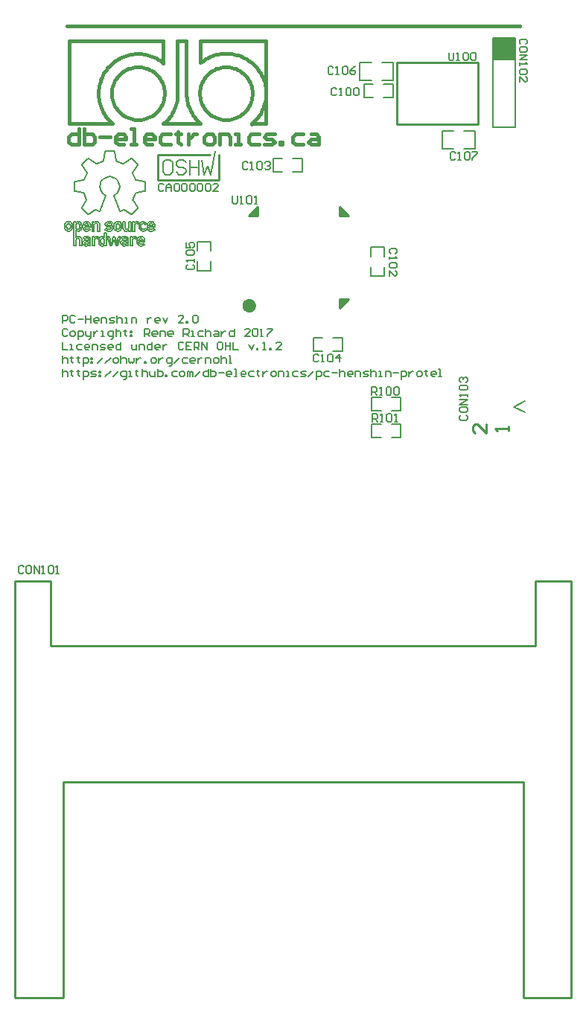
<source format=gto>
%FSLAX23Y23*%
%MOIN*%
G70*
G01*
G75*
%ADD10C,0.008*%
%ADD11R,0.075X0.020*%
%ADD12R,0.028X0.125*%
%ADD13R,0.028X0.165*%
%ADD14R,0.085X0.138*%
%ADD15R,0.085X0.043*%
%ADD16R,0.020X0.075*%
%ADD17R,0.051X0.059*%
%ADD18R,0.043X0.039*%
%ADD19R,0.039X0.043*%
%ADD20C,0.010*%
%ADD21C,0.012*%
%ADD22C,0.070*%
%ADD23C,0.060*%
%ADD24C,0.130*%
%ADD25C,0.062*%
%ADD26C,0.024*%
%ADD27C,0.016*%
%ADD28C,0.031*%
%ADD29C,0.007*%
%ADD30C,0.010*%
%ADD31C,0.010*%
%ADD32C,0.010*%
%ADD33C,0.015*%
%ADD34R,0.100X0.100*%
D10*
X1956Y-1903D02*
Y-1503D01*
Y-1903D02*
X2056D01*
X1956Y-1503D02*
X2056D01*
Y-1903D02*
Y-1503D01*
X1510Y-1694D02*
Y-1612D01*
X1362Y-1694D02*
Y-1612D01*
X1460D02*
X1510D01*
X1460Y-1694D02*
X1510D01*
X1362D02*
X1413D01*
X1362Y-1612D02*
X1413D01*
X1877Y-2001D02*
Y-1919D01*
X1729Y-2001D02*
Y-1919D01*
X1827D02*
X1877D01*
X1827Y-2001D02*
X1877D01*
X1729D02*
X1780D01*
X1729Y-1919D02*
X1780D01*
X1379Y-1710D02*
X1421D01*
X1379Y-1770D02*
X1421D01*
X1468D02*
X1509D01*
X1468Y-1710D02*
X1509D01*
Y-1770D02*
Y-1710D01*
X1379Y-1770D02*
Y-1710D01*
X1472Y-2482D02*
Y-2440D01*
X1412Y-2482D02*
Y-2440D01*
Y-2570D02*
Y-2529D01*
X1472Y-2570D02*
Y-2529D01*
X1412Y-2570D02*
X1472D01*
X1412Y-2440D02*
X1472D01*
X1061Y-2104D02*
X1103D01*
X1061Y-2044D02*
X1103D01*
X973D02*
X1014D01*
X973Y-2104D02*
X1014D01*
X973D02*
Y-2044D01*
X1103Y-2104D02*
Y-2044D01*
X1153Y-2847D02*
X1195D01*
X1153Y-2907D02*
X1195D01*
X1242D02*
X1283D01*
X1242Y-2847D02*
X1283D01*
Y-2907D02*
Y-2847D01*
X1153Y-2907D02*
Y-2847D01*
X633Y-2546D02*
Y-2504D01*
X693Y-2546D02*
Y-2504D01*
Y-2457D02*
Y-2416D01*
X633Y-2457D02*
Y-2416D01*
X693D01*
X633Y-2546D02*
X693D01*
X1415Y-3174D02*
Y-3114D01*
X1545Y-3174D02*
Y-3114D01*
X1504D02*
X1545D01*
X1504Y-3174D02*
X1545D01*
X1415D02*
X1457D01*
X1415Y-3114D02*
X1457D01*
X1545Y-3292D02*
Y-3232D01*
X1415Y-3292D02*
Y-3232D01*
Y-3292D02*
X1456D01*
X1415Y-3232D02*
X1456D01*
X1503D02*
X1545D01*
X1503Y-3292D02*
X1545D01*
X2051Y-3156D02*
X2101Y-3181D01*
X2051Y-3156D02*
X2101Y-3131D01*
X600Y-2115D02*
Y-2050D01*
Y-2083D02*
X635D01*
X640Y-2115D02*
Y-2050D01*
X655D02*
X665Y-2115D01*
X680Y-2075D01*
X695Y-2115D01*
X715Y-2010D01*
X-144Y-3873D02*
X-150Y-3867D01*
X-161D01*
X-167Y-3873D01*
Y-3896D01*
X-161Y-3902D01*
X-150D01*
X-144Y-3896D01*
X-115Y-3867D02*
X-126D01*
X-132Y-3873D01*
Y-3896D01*
X-126Y-3902D01*
X-115D01*
X-109Y-3896D01*
Y-3873D01*
X-115Y-3867D01*
X-97Y-3902D02*
Y-3867D01*
X-74Y-3902D01*
Y-3867D01*
X-62Y-3902D02*
X-50D01*
X-56D01*
Y-3867D01*
X-62Y-3873D01*
X-33D02*
X-27Y-3867D01*
X-15D01*
X-10Y-3873D01*
Y-3896D01*
X-15Y-3902D01*
X-27D01*
X-33Y-3896D01*
Y-3873D01*
X2Y-3902D02*
X14D01*
X8D01*
Y-3867D01*
X2Y-3873D01*
X2105Y-1531D02*
X2111Y-1525D01*
Y-1514D01*
X2105Y-1508D01*
X2082D01*
X2076Y-1514D01*
Y-1525D01*
X2082Y-1531D01*
X2111Y-1560D02*
Y-1549D01*
X2105Y-1543D01*
X2082D01*
X2076Y-1549D01*
Y-1560D01*
X2082Y-1566D01*
X2105D01*
X2111Y-1560D01*
X2076Y-1578D02*
X2111D01*
X2076Y-1601D01*
X2111D01*
X2076Y-1613D02*
Y-1625D01*
Y-1619D01*
X2111D01*
X2105Y-1613D01*
Y-1642D02*
X2111Y-1648D01*
Y-1660D01*
X2105Y-1665D01*
X2082D01*
X2076Y-1660D01*
Y-1648D01*
X2082Y-1642D01*
X2105D01*
X2076Y-1700D02*
Y-1677D01*
X2099Y-1700D01*
X2105D01*
X2111Y-1695D01*
Y-1683D01*
X2105Y-1677D01*
X791Y-2210D02*
Y-2239D01*
X797Y-2245D01*
X808D01*
X814Y-2239D01*
Y-2210D01*
X826Y-2245D02*
X838D01*
X832D01*
Y-2210D01*
X826Y-2216D01*
X855D02*
X861Y-2210D01*
X873D01*
X878Y-2216D01*
Y-2239D01*
X873Y-2245D01*
X861D01*
X855Y-2239D01*
Y-2216D01*
X890Y-2245D02*
X902D01*
X896D01*
Y-2210D01*
X890Y-2216D01*
X1759Y-1568D02*
Y-1597D01*
X1765Y-1603D01*
X1776D01*
X1782Y-1597D01*
Y-1568D01*
X1794Y-1603D02*
X1806D01*
X1800D01*
Y-1568D01*
X1794Y-1574D01*
X1823D02*
X1829Y-1568D01*
X1841D01*
X1846Y-1574D01*
Y-1597D01*
X1841Y-1603D01*
X1829D01*
X1823Y-1597D01*
Y-1574D01*
X1858D02*
X1864Y-1568D01*
X1876D01*
X1881Y-1574D01*
Y-1597D01*
X1876Y-1603D01*
X1864D01*
X1858Y-1597D01*
Y-1574D01*
X1814Y-3192D02*
X1808Y-3198D01*
Y-3209D01*
X1814Y-3215D01*
X1837D01*
X1843Y-3209D01*
Y-3198D01*
X1837Y-3192D01*
X1808Y-3163D02*
Y-3174D01*
X1814Y-3180D01*
X1837D01*
X1843Y-3174D01*
Y-3163D01*
X1837Y-3157D01*
X1814D01*
X1808Y-3163D01*
X1843Y-3145D02*
X1808D01*
X1843Y-3122D01*
X1808D01*
X1843Y-3110D02*
Y-3099D01*
Y-3104D01*
X1808D01*
X1814Y-3110D01*
Y-3081D02*
X1808Y-3075D01*
Y-3064D01*
X1814Y-3058D01*
X1837D01*
X1843Y-3064D01*
Y-3075D01*
X1837Y-3081D01*
X1814D01*
Y-3046D02*
X1808Y-3040D01*
Y-3029D01*
X1814Y-3023D01*
X1820D01*
X1825Y-3029D01*
Y-3034D01*
Y-3029D01*
X1831Y-3023D01*
X1837D01*
X1843Y-3029D01*
Y-3040D01*
X1837Y-3046D01*
X1789Y-2019D02*
X1783Y-2013D01*
X1772D01*
X1766Y-2019D01*
Y-2042D01*
X1772Y-2048D01*
X1783D01*
X1789Y-2042D01*
X1801Y-2048D02*
X1813D01*
X1807D01*
Y-2013D01*
X1801Y-2019D01*
X1830D02*
X1836Y-2013D01*
X1848D01*
X1853Y-2019D01*
Y-2042D01*
X1848Y-2048D01*
X1836D01*
X1830Y-2042D01*
Y-2019D01*
X1865Y-2013D02*
X1888D01*
Y-2019D01*
X1865Y-2042D01*
Y-2048D01*
X1242Y-1637D02*
X1236Y-1631D01*
X1225D01*
X1219Y-1637D01*
Y-1660D01*
X1225Y-1666D01*
X1236D01*
X1242Y-1660D01*
X1254Y-1666D02*
X1266D01*
X1260D01*
Y-1631D01*
X1254Y-1637D01*
X1283D02*
X1289Y-1631D01*
X1301D01*
X1306Y-1637D01*
Y-1660D01*
X1301Y-1666D01*
X1289D01*
X1283Y-1660D01*
Y-1637D01*
X1341Y-1631D02*
X1330Y-1637D01*
X1318Y-1649D01*
Y-1660D01*
X1324Y-1666D01*
X1336D01*
X1341Y-1660D01*
Y-1654D01*
X1336Y-1649D01*
X1318D01*
X591Y-2518D02*
X585Y-2524D01*
Y-2535D01*
X591Y-2541D01*
X614D01*
X620Y-2535D01*
Y-2524D01*
X614Y-2518D01*
X620Y-2506D02*
Y-2494D01*
Y-2500D01*
X585D01*
X591Y-2506D01*
Y-2477D02*
X585Y-2471D01*
Y-2459D01*
X591Y-2454D01*
X614D01*
X620Y-2459D01*
Y-2471D01*
X614Y-2477D01*
X591D01*
X585Y-2419D02*
Y-2442D01*
X603D01*
X597Y-2430D01*
Y-2424D01*
X603Y-2419D01*
X614D01*
X620Y-2424D01*
Y-2436D01*
X614Y-2442D01*
X1177Y-2925D02*
X1171Y-2919D01*
X1160D01*
X1154Y-2925D01*
Y-2948D01*
X1160Y-2954D01*
X1171D01*
X1177Y-2948D01*
X1189Y-2954D02*
X1201D01*
X1195D01*
Y-2919D01*
X1189Y-2925D01*
X1218D02*
X1224Y-2919D01*
X1236D01*
X1241Y-2925D01*
Y-2948D01*
X1236Y-2954D01*
X1224D01*
X1218Y-2948D01*
Y-2925D01*
X1271Y-2954D02*
Y-2919D01*
X1253Y-2937D01*
X1276D01*
X860Y-2063D02*
X854Y-2057D01*
X843D01*
X837Y-2063D01*
Y-2086D01*
X843Y-2092D01*
X854D01*
X860Y-2086D01*
X872Y-2092D02*
X884D01*
X878D01*
Y-2057D01*
X872Y-2063D01*
X901D02*
X907Y-2057D01*
X919D01*
X924Y-2063D01*
Y-2086D01*
X919Y-2092D01*
X907D01*
X901Y-2086D01*
Y-2063D01*
X936D02*
X942Y-2057D01*
X954D01*
X959Y-2063D01*
Y-2069D01*
X954Y-2075D01*
X948D01*
X954D01*
X959Y-2080D01*
Y-2086D01*
X954Y-2092D01*
X942D01*
X936Y-2086D01*
X1522Y-2470D02*
X1528Y-2464D01*
Y-2453D01*
X1522Y-2447D01*
X1499D01*
X1493Y-2453D01*
Y-2464D01*
X1499Y-2470D01*
X1493Y-2482D02*
Y-2494D01*
Y-2488D01*
X1528D01*
X1522Y-2482D01*
Y-2511D02*
X1528Y-2517D01*
Y-2529D01*
X1522Y-2534D01*
X1499D01*
X1493Y-2529D01*
Y-2517D01*
X1499Y-2511D01*
X1522D01*
X1493Y-2569D02*
Y-2546D01*
X1516Y-2569D01*
X1522D01*
X1528Y-2564D01*
Y-2552D01*
X1522Y-2546D01*
X1258Y-1732D02*
X1252Y-1726D01*
X1241D01*
X1235Y-1732D01*
Y-1755D01*
X1241Y-1761D01*
X1252D01*
X1258Y-1755D01*
X1270Y-1761D02*
X1282D01*
X1276D01*
Y-1726D01*
X1270Y-1732D01*
X1299D02*
X1305Y-1726D01*
X1317D01*
X1322Y-1732D01*
Y-1755D01*
X1317Y-1761D01*
X1305D01*
X1299Y-1755D01*
Y-1732D01*
X1334D02*
X1340Y-1726D01*
X1352D01*
X1357Y-1732D01*
Y-1755D01*
X1352Y-1761D01*
X1340D01*
X1334Y-1755D01*
Y-1732D01*
X1415Y-3102D02*
Y-3067D01*
X1432D01*
X1438Y-3073D01*
Y-3085D01*
X1432Y-3090D01*
X1415D01*
X1427D02*
X1438Y-3102D01*
X1450D02*
X1462D01*
X1456D01*
Y-3067D01*
X1450Y-3073D01*
X1479D02*
X1485Y-3067D01*
X1497D01*
X1502Y-3073D01*
Y-3096D01*
X1497Y-3102D01*
X1485D01*
X1479Y-3096D01*
Y-3073D01*
X1514D02*
X1520Y-3067D01*
X1532D01*
X1537Y-3073D01*
Y-3096D01*
X1532Y-3102D01*
X1520D01*
X1514Y-3096D01*
Y-3073D01*
X1418Y-3222D02*
Y-3187D01*
X1435D01*
X1441Y-3193D01*
Y-3205D01*
X1435Y-3210D01*
X1418D01*
X1430D02*
X1441Y-3222D01*
X1453D02*
X1465D01*
X1459D01*
Y-3187D01*
X1453Y-3193D01*
X1482D02*
X1488Y-3187D01*
X1500D01*
X1505Y-3193D01*
Y-3216D01*
X1500Y-3222D01*
X1488D01*
X1482Y-3216D01*
Y-3193D01*
X1517Y-3222D02*
X1529D01*
X1523D01*
Y-3187D01*
X1517Y-3193D01*
X30Y-2985D02*
Y-3020D01*
Y-3003D01*
X36Y-2997D01*
X47D01*
X53Y-3003D01*
Y-3020D01*
X71Y-2991D02*
Y-2997D01*
X65D01*
X77D01*
X71D01*
Y-3014D01*
X77Y-3020D01*
X100Y-2991D02*
Y-2997D01*
X94D01*
X106D01*
X100D01*
Y-3014D01*
X106Y-3020D01*
X123Y-3032D02*
Y-2997D01*
X141D01*
X147Y-3003D01*
Y-3014D01*
X141Y-3020D01*
X123D01*
X158D02*
X176D01*
X182Y-3014D01*
X176Y-3008D01*
X164D01*
X158Y-3003D01*
X164Y-2997D01*
X182D01*
X193D02*
X199D01*
Y-3003D01*
X193D01*
Y-2997D01*
Y-3014D02*
X199D01*
Y-3020D01*
X193D01*
Y-3014D01*
X222Y-3020D02*
X246Y-2997D01*
X257Y-3020D02*
X281Y-2997D01*
X304Y-3032D02*
X310D01*
X316Y-3026D01*
Y-2997D01*
X298D01*
X292Y-3003D01*
Y-3014D01*
X298Y-3020D01*
X316D01*
X327D02*
X339D01*
X333D01*
Y-2997D01*
X327D01*
X362Y-2991D02*
Y-2997D01*
X357D01*
X368D01*
X362D01*
Y-3014D01*
X368Y-3020D01*
X386Y-2985D02*
Y-3020D01*
Y-3003D01*
X392Y-2997D01*
X403D01*
X409Y-3003D01*
Y-3020D01*
X421Y-2997D02*
Y-3014D01*
X427Y-3020D01*
X444D01*
Y-2997D01*
X456Y-2985D02*
Y-3020D01*
X473D01*
X479Y-3014D01*
Y-3008D01*
Y-3003D01*
X473Y-2997D01*
X456D01*
X491Y-3020D02*
Y-3014D01*
X497D01*
Y-3020D01*
X491D01*
X543Y-2997D02*
X526D01*
X520Y-3003D01*
Y-3014D01*
X526Y-3020D01*
X543D01*
X561D02*
X572D01*
X578Y-3014D01*
Y-3003D01*
X572Y-2997D01*
X561D01*
X555Y-3003D01*
Y-3014D01*
X561Y-3020D01*
X590D02*
Y-2997D01*
X596D01*
X601Y-3003D01*
Y-3020D01*
Y-3003D01*
X607Y-2997D01*
X613Y-3003D01*
Y-3020D01*
X625D02*
X648Y-2997D01*
X683Y-2985D02*
Y-3020D01*
X666D01*
X660Y-3014D01*
Y-3003D01*
X666Y-2997D01*
X683D01*
X695Y-2985D02*
Y-3020D01*
X712D01*
X718Y-3014D01*
Y-3008D01*
Y-3003D01*
X712Y-2997D01*
X695D01*
X730Y-3003D02*
X753D01*
X782Y-3020D02*
X771D01*
X765Y-3014D01*
Y-3003D01*
X771Y-2997D01*
X782D01*
X788Y-3003D01*
Y-3008D01*
X765D01*
X800Y-3020D02*
X811D01*
X806D01*
Y-2985D01*
X800D01*
X846Y-3020D02*
X835D01*
X829Y-3014D01*
Y-3003D01*
X835Y-2997D01*
X846D01*
X852Y-3003D01*
Y-3008D01*
X829D01*
X887Y-2997D02*
X870D01*
X864Y-3003D01*
Y-3014D01*
X870Y-3020D01*
X887D01*
X905Y-2991D02*
Y-2997D01*
X899D01*
X911D01*
X905D01*
Y-3014D01*
X911Y-3020D01*
X928Y-2997D02*
Y-3020D01*
Y-3008D01*
X934Y-3003D01*
X940Y-2997D01*
X946D01*
X969Y-3020D02*
X981D01*
X986Y-3014D01*
Y-3003D01*
X981Y-2997D01*
X969D01*
X963Y-3003D01*
Y-3014D01*
X969Y-3020D01*
X998D02*
Y-2997D01*
X1016D01*
X1021Y-3003D01*
Y-3020D01*
X1033D02*
X1045D01*
X1039D01*
Y-2997D01*
X1033D01*
X1085D02*
X1068D01*
X1062Y-3003D01*
Y-3014D01*
X1068Y-3020D01*
X1085D01*
X1097D02*
X1115D01*
X1120Y-3014D01*
X1115Y-3008D01*
X1103D01*
X1097Y-3003D01*
X1103Y-2997D01*
X1120D01*
X1132Y-3020D02*
X1155Y-2997D01*
X1167Y-3032D02*
Y-2997D01*
X1185D01*
X1190Y-3003D01*
Y-3014D01*
X1185Y-3020D01*
X1167D01*
X1225Y-2997D02*
X1208D01*
X1202Y-3003D01*
Y-3014D01*
X1208Y-3020D01*
X1225D01*
X1237Y-3003D02*
X1260D01*
X1272Y-2985D02*
Y-3020D01*
Y-3003D01*
X1278Y-2997D01*
X1290D01*
X1295Y-3003D01*
Y-3020D01*
X1325D02*
X1313D01*
X1307Y-3014D01*
Y-3003D01*
X1313Y-2997D01*
X1325D01*
X1330Y-3003D01*
Y-3008D01*
X1307D01*
X1342Y-3020D02*
Y-2997D01*
X1360D01*
X1365Y-3003D01*
Y-3020D01*
X1377D02*
X1395D01*
X1400Y-3014D01*
X1395Y-3008D01*
X1383D01*
X1377Y-3003D01*
X1383Y-2997D01*
X1400D01*
X1412Y-2985D02*
Y-3020D01*
Y-3003D01*
X1418Y-2997D01*
X1430D01*
X1435Y-3003D01*
Y-3020D01*
X1447D02*
X1459D01*
X1453D01*
Y-2997D01*
X1447D01*
X1476Y-3020D02*
Y-2997D01*
X1494D01*
X1500Y-3003D01*
Y-3020D01*
X1511Y-3003D02*
X1535D01*
X1546Y-3032D02*
Y-2997D01*
X1564D01*
X1570Y-3003D01*
Y-3014D01*
X1564Y-3020D01*
X1546D01*
X1581Y-2997D02*
Y-3020D01*
Y-3008D01*
X1587Y-3003D01*
X1593Y-2997D01*
X1599D01*
X1622Y-3020D02*
X1634D01*
X1639Y-3014D01*
Y-3003D01*
X1634Y-2997D01*
X1622D01*
X1616Y-3003D01*
Y-3014D01*
X1622Y-3020D01*
X1657Y-2991D02*
Y-2997D01*
X1651D01*
X1663D01*
X1657D01*
Y-3014D01*
X1663Y-3020D01*
X1698D02*
X1686D01*
X1680Y-3014D01*
Y-3003D01*
X1686Y-2997D01*
X1698D01*
X1704Y-3003D01*
Y-3008D01*
X1680D01*
X1715Y-3020D02*
X1727D01*
X1721D01*
Y-2985D01*
X1715D01*
X30Y-2925D02*
Y-2960D01*
Y-2943D01*
X36Y-2937D01*
X47D01*
X53Y-2943D01*
Y-2960D01*
X71Y-2931D02*
Y-2937D01*
X65D01*
X77D01*
X71D01*
Y-2954D01*
X77Y-2960D01*
X100Y-2931D02*
Y-2937D01*
X94D01*
X106D01*
X100D01*
Y-2954D01*
X106Y-2960D01*
X123Y-2972D02*
Y-2937D01*
X141D01*
X147Y-2943D01*
Y-2954D01*
X141Y-2960D01*
X123D01*
X158Y-2937D02*
X164D01*
Y-2943D01*
X158D01*
Y-2937D01*
Y-2954D02*
X164D01*
Y-2960D01*
X158D01*
Y-2954D01*
X187Y-2960D02*
X211Y-2937D01*
X222Y-2960D02*
X246Y-2937D01*
X263Y-2960D02*
X275D01*
X281Y-2954D01*
Y-2943D01*
X275Y-2937D01*
X263D01*
X257Y-2943D01*
Y-2954D01*
X263Y-2960D01*
X292Y-2925D02*
Y-2960D01*
Y-2943D01*
X298Y-2937D01*
X310D01*
X316Y-2943D01*
Y-2960D01*
X327Y-2937D02*
Y-2954D01*
X333Y-2960D01*
X339Y-2954D01*
X345Y-2960D01*
X351Y-2954D01*
Y-2937D01*
X362D02*
Y-2960D01*
Y-2948D01*
X368Y-2943D01*
X374Y-2937D01*
X380D01*
X397Y-2960D02*
Y-2954D01*
X403D01*
Y-2960D01*
X397D01*
X432D02*
X444D01*
X450Y-2954D01*
Y-2943D01*
X444Y-2937D01*
X432D01*
X427Y-2943D01*
Y-2954D01*
X432Y-2960D01*
X462Y-2937D02*
Y-2960D01*
Y-2948D01*
X467Y-2943D01*
X473Y-2937D01*
X479D01*
X508Y-2972D02*
X514D01*
X520Y-2966D01*
Y-2937D01*
X502D01*
X497Y-2943D01*
Y-2954D01*
X502Y-2960D01*
X520D01*
X532D02*
X555Y-2937D01*
X590D02*
X572D01*
X566Y-2943D01*
Y-2954D01*
X572Y-2960D01*
X590D01*
X619D02*
X607D01*
X601Y-2954D01*
Y-2943D01*
X607Y-2937D01*
X619D01*
X625Y-2943D01*
Y-2948D01*
X601D01*
X636Y-2937D02*
Y-2960D01*
Y-2948D01*
X642Y-2943D01*
X648Y-2937D01*
X654D01*
X671Y-2960D02*
Y-2937D01*
X689D01*
X695Y-2943D01*
Y-2960D01*
X712D02*
X724D01*
X730Y-2954D01*
Y-2943D01*
X724Y-2937D01*
X712D01*
X706Y-2943D01*
Y-2954D01*
X712Y-2960D01*
X741Y-2925D02*
Y-2960D01*
Y-2943D01*
X747Y-2937D01*
X759D01*
X765Y-2943D01*
Y-2960D01*
X776D02*
X788D01*
X782D01*
Y-2925D01*
X776D01*
X53Y-2811D02*
X47Y-2805D01*
X36D01*
X30Y-2811D01*
Y-2834D01*
X36Y-2840D01*
X47D01*
X53Y-2834D01*
X71Y-2840D02*
X82D01*
X88Y-2834D01*
Y-2823D01*
X82Y-2817D01*
X71D01*
X65Y-2823D01*
Y-2834D01*
X71Y-2840D01*
X100Y-2852D02*
Y-2817D01*
X117D01*
X123Y-2823D01*
Y-2834D01*
X117Y-2840D01*
X100D01*
X135Y-2817D02*
Y-2834D01*
X141Y-2840D01*
X158D01*
Y-2846D01*
X152Y-2852D01*
X147D01*
X158Y-2840D02*
Y-2817D01*
X170D02*
Y-2840D01*
Y-2828D01*
X176Y-2823D01*
X182Y-2817D01*
X187D01*
X205Y-2840D02*
X217D01*
X211D01*
Y-2817D01*
X205D01*
X246Y-2852D02*
X252D01*
X257Y-2846D01*
Y-2817D01*
X240D01*
X234Y-2823D01*
Y-2834D01*
X240Y-2840D01*
X257D01*
X269Y-2805D02*
Y-2840D01*
Y-2823D01*
X275Y-2817D01*
X287D01*
X292Y-2823D01*
Y-2840D01*
X310Y-2811D02*
Y-2817D01*
X304D01*
X316D01*
X310D01*
Y-2834D01*
X316Y-2840D01*
X333Y-2817D02*
X339D01*
Y-2823D01*
X333D01*
Y-2817D01*
Y-2834D02*
X339D01*
Y-2840D01*
X333D01*
Y-2834D01*
X397Y-2840D02*
Y-2805D01*
X415D01*
X421Y-2811D01*
Y-2823D01*
X415Y-2828D01*
X397D01*
X409D02*
X421Y-2840D01*
X450D02*
X438D01*
X432Y-2834D01*
Y-2823D01*
X438Y-2817D01*
X450D01*
X456Y-2823D01*
Y-2828D01*
X432D01*
X467Y-2840D02*
Y-2817D01*
X485D01*
X491Y-2823D01*
Y-2840D01*
X520D02*
X508D01*
X502Y-2834D01*
Y-2823D01*
X508Y-2817D01*
X520D01*
X526Y-2823D01*
Y-2828D01*
X502D01*
X572Y-2840D02*
Y-2805D01*
X590D01*
X596Y-2811D01*
Y-2823D01*
X590Y-2828D01*
X572D01*
X584D02*
X596Y-2840D01*
X607D02*
X619D01*
X613D01*
Y-2817D01*
X607D01*
X660D02*
X642D01*
X636Y-2823D01*
Y-2834D01*
X642Y-2840D01*
X660D01*
X671Y-2805D02*
Y-2840D01*
Y-2823D01*
X677Y-2817D01*
X689D01*
X695Y-2823D01*
Y-2840D01*
X712Y-2817D02*
X724D01*
X730Y-2823D01*
Y-2840D01*
X712D01*
X706Y-2834D01*
X712Y-2828D01*
X730D01*
X741Y-2817D02*
Y-2840D01*
Y-2828D01*
X747Y-2823D01*
X753Y-2817D01*
X759D01*
X800Y-2805D02*
Y-2840D01*
X782D01*
X776Y-2834D01*
Y-2823D01*
X782Y-2817D01*
X800D01*
X870Y-2840D02*
X846D01*
X870Y-2817D01*
Y-2811D01*
X864Y-2805D01*
X852D01*
X846Y-2811D01*
X881D02*
X887Y-2805D01*
X899D01*
X905Y-2811D01*
Y-2834D01*
X899Y-2840D01*
X887D01*
X881Y-2834D01*
Y-2811D01*
X916Y-2840D02*
X928D01*
X922D01*
Y-2805D01*
X916Y-2811D01*
X946Y-2805D02*
X969D01*
Y-2811D01*
X946Y-2834D01*
Y-2840D01*
X30Y-2865D02*
Y-2900D01*
X53D01*
X65D02*
X77D01*
X71D01*
Y-2877D01*
X65D01*
X117D02*
X100D01*
X94Y-2883D01*
Y-2894D01*
X100Y-2900D01*
X117D01*
X147D02*
X135D01*
X129Y-2894D01*
Y-2883D01*
X135Y-2877D01*
X147D01*
X152Y-2883D01*
Y-2888D01*
X129D01*
X164Y-2900D02*
Y-2877D01*
X182D01*
X187Y-2883D01*
Y-2900D01*
X199D02*
X217D01*
X222Y-2894D01*
X217Y-2888D01*
X205D01*
X199Y-2883D01*
X205Y-2877D01*
X222D01*
X252Y-2900D02*
X240D01*
X234Y-2894D01*
Y-2883D01*
X240Y-2877D01*
X252D01*
X257Y-2883D01*
Y-2888D01*
X234D01*
X292Y-2865D02*
Y-2900D01*
X275D01*
X269Y-2894D01*
Y-2883D01*
X275Y-2877D01*
X292D01*
X339D02*
Y-2894D01*
X345Y-2900D01*
X362D01*
Y-2877D01*
X374Y-2900D02*
Y-2877D01*
X392D01*
X397Y-2883D01*
Y-2900D01*
X432Y-2865D02*
Y-2900D01*
X415D01*
X409Y-2894D01*
Y-2883D01*
X415Y-2877D01*
X432D01*
X462Y-2900D02*
X450D01*
X444Y-2894D01*
Y-2883D01*
X450Y-2877D01*
X462D01*
X467Y-2883D01*
Y-2888D01*
X444D01*
X479Y-2877D02*
Y-2900D01*
Y-2888D01*
X485Y-2883D01*
X491Y-2877D01*
X497D01*
X572Y-2871D02*
X566Y-2865D01*
X555D01*
X549Y-2871D01*
Y-2894D01*
X555Y-2900D01*
X566D01*
X572Y-2894D01*
X607Y-2865D02*
X584D01*
Y-2900D01*
X607D01*
X584Y-2883D02*
X596D01*
X619Y-2900D02*
Y-2865D01*
X636D01*
X642Y-2871D01*
Y-2883D01*
X636Y-2888D01*
X619D01*
X631D02*
X642Y-2900D01*
X654D02*
Y-2865D01*
X677Y-2900D01*
Y-2865D01*
X741D02*
X730D01*
X724Y-2871D01*
Y-2894D01*
X730Y-2900D01*
X741D01*
X747Y-2894D01*
Y-2871D01*
X741Y-2865D01*
X759D02*
Y-2900D01*
Y-2883D01*
X782D01*
Y-2865D01*
Y-2900D01*
X794Y-2865D02*
Y-2900D01*
X817D01*
X864Y-2877D02*
X876Y-2900D01*
X887Y-2877D01*
X899Y-2900D02*
Y-2894D01*
X905D01*
Y-2900D01*
X899D01*
X928D02*
X940D01*
X934D01*
Y-2865D01*
X928Y-2871D01*
X957Y-2900D02*
Y-2894D01*
X963D01*
Y-2900D01*
X957D01*
X1010D02*
X986D01*
X1010Y-2877D01*
Y-2871D01*
X1004Y-2865D01*
X992D01*
X986Y-2871D01*
X30Y-2780D02*
Y-2745D01*
X47D01*
X53Y-2751D01*
Y-2763D01*
X47Y-2768D01*
X30D01*
X88Y-2751D02*
X82Y-2745D01*
X71D01*
X65Y-2751D01*
Y-2774D01*
X71Y-2780D01*
X82D01*
X88Y-2774D01*
X100Y-2763D02*
X123D01*
X135Y-2745D02*
Y-2780D01*
Y-2763D01*
X158D01*
Y-2745D01*
Y-2780D01*
X187D02*
X176D01*
X170Y-2774D01*
Y-2763D01*
X176Y-2757D01*
X187D01*
X193Y-2763D01*
Y-2768D01*
X170D01*
X205Y-2780D02*
Y-2757D01*
X222D01*
X228Y-2763D01*
Y-2780D01*
X240D02*
X257D01*
X263Y-2774D01*
X257Y-2768D01*
X246D01*
X240Y-2763D01*
X246Y-2757D01*
X263D01*
X275Y-2745D02*
Y-2780D01*
Y-2763D01*
X281Y-2757D01*
X292D01*
X298Y-2763D01*
Y-2780D01*
X310D02*
X322D01*
X316D01*
Y-2757D01*
X310D01*
X339Y-2780D02*
Y-2757D01*
X357D01*
X362Y-2763D01*
Y-2780D01*
X409Y-2757D02*
Y-2780D01*
Y-2768D01*
X415Y-2763D01*
X421Y-2757D01*
X427D01*
X462Y-2780D02*
X450D01*
X444Y-2774D01*
Y-2763D01*
X450Y-2757D01*
X462D01*
X467Y-2763D01*
Y-2768D01*
X444D01*
X479Y-2757D02*
X491Y-2780D01*
X502Y-2757D01*
X572Y-2780D02*
X549D01*
X572Y-2757D01*
Y-2751D01*
X566Y-2745D01*
X555D01*
X549Y-2751D01*
X584Y-2780D02*
Y-2774D01*
X590D01*
Y-2780D01*
X584D01*
X613Y-2751D02*
X619Y-2745D01*
X631D01*
X636Y-2751D01*
Y-2774D01*
X631Y-2780D01*
X619D01*
X613Y-2774D01*
Y-2751D01*
X583Y-2061D02*
X572Y-2050D01*
X551D01*
X540Y-2061D01*
Y-2072D01*
X551Y-2083D01*
X572D01*
X583Y-2093D01*
Y-2104D01*
X572Y-2115D01*
X551D01*
X540Y-2104D01*
X512Y-2050D02*
X491D01*
X480Y-2061D01*
Y-2104D01*
X491Y-2115D01*
X512D01*
X523Y-2104D01*
Y-2061D01*
X512Y-2050D01*
X483Y-2161D02*
X477Y-2155D01*
X466D01*
X460Y-2161D01*
Y-2184D01*
X466Y-2190D01*
X477D01*
X483Y-2184D01*
X495Y-2190D02*
Y-2167D01*
X507Y-2155D01*
X518Y-2167D01*
Y-2190D01*
Y-2173D01*
X495D01*
X530Y-2161D02*
X536Y-2155D01*
X547D01*
X553Y-2161D01*
Y-2184D01*
X547Y-2190D01*
X536D01*
X530Y-2184D01*
Y-2161D01*
X565D02*
X571Y-2155D01*
X582D01*
X588Y-2161D01*
Y-2184D01*
X582Y-2190D01*
X571D01*
X565Y-2184D01*
Y-2161D01*
X600D02*
X606Y-2155D01*
X617D01*
X623Y-2161D01*
Y-2184D01*
X617Y-2190D01*
X606D01*
X600Y-2184D01*
Y-2161D01*
X635D02*
X641Y-2155D01*
X652D01*
X658Y-2161D01*
Y-2184D01*
X652Y-2190D01*
X641D01*
X635Y-2184D01*
Y-2161D01*
X670D02*
X676Y-2155D01*
X687D01*
X693Y-2161D01*
Y-2184D01*
X687Y-2190D01*
X676D01*
X670Y-2184D01*
Y-2161D01*
X728Y-2190D02*
X705D01*
X728Y-2167D01*
Y-2161D01*
X722Y-2155D01*
X711D01*
X705Y-2161D01*
D20*
X-182Y-3937D02*
X-22D01*
X-182Y-5802D02*
Y-3937D01*
Y-5802D02*
X33D01*
X2148Y-3937D02*
X2308D01*
Y-5802D02*
Y-3937D01*
X2093Y-5802D02*
X2308D01*
X33D02*
Y-4837D01*
X2093Y-5802D02*
Y-4837D01*
X33D02*
X2093D01*
X-22Y-4227D02*
Y-3937D01*
X2148Y-4227D02*
Y-3937D01*
X-22Y-4227D02*
X2148D01*
X730Y-2140D02*
Y-2025D01*
X458D02*
X690D01*
X458Y-2140D02*
Y-2025D01*
Y-2140D02*
X730D01*
X1927Y-3233D02*
Y-3273D01*
X1887Y-3233D01*
X1877D01*
X1867Y-3243D01*
Y-3263D01*
X1877Y-3273D01*
X2027Y-3263D02*
Y-3243D01*
Y-3253D01*
X1967D01*
X1977Y-3263D01*
D27*
X877Y-1888D02*
X885Y-1881D01*
X892Y-1874D01*
X898Y-1867D01*
X905Y-1859D01*
X911Y-1851D01*
X916Y-1842D01*
X921Y-1833D01*
X925Y-1824D01*
X929Y-1815D01*
X932Y-1806D01*
X935Y-1796D01*
X938Y-1786D01*
X939Y-1776D01*
X940Y-1766D01*
X941Y-1756D01*
X941Y-1746D01*
X940Y-1736D01*
X939Y-1726D01*
X938Y-1716D01*
X936Y-1707D01*
X933Y-1697D01*
X929Y-1688D01*
X926Y-1678D01*
X921Y-1669D01*
X917Y-1660D01*
X911Y-1652D01*
X905Y-1644D01*
X899Y-1636D01*
X893Y-1628D01*
X885Y-1621D01*
X878Y-1614D01*
X870Y-1608D01*
X862Y-1602D01*
X854Y-1597D01*
X845Y-1592D01*
X836Y-1588D01*
X826Y-1584D01*
X817Y-1581D01*
X807Y-1578D01*
X798Y-1575D01*
X788Y-1574D01*
X778Y-1573D01*
X768Y-1572D01*
X758Y-1572D01*
X748Y-1573D01*
X738Y-1574D01*
X728Y-1575D01*
X718Y-1577D01*
X708Y-1580D01*
X699Y-1583D01*
X690Y-1587D01*
X681Y-1592D01*
X672Y-1596D01*
X663Y-1602D01*
X655Y-1608D01*
X647Y-1614D01*
X486Y-1751D02*
X486Y-1741D01*
X485Y-1731D01*
X483Y-1721D01*
X480Y-1712D01*
X476Y-1702D01*
X471Y-1693D01*
X466Y-1685D01*
X460Y-1677D01*
X454Y-1669D01*
X446Y-1662D01*
X439Y-1656D01*
X430Y-1650D01*
X421Y-1646D01*
X412Y-1641D01*
X403Y-1638D01*
X393Y-1636D01*
X383Y-1634D01*
X373Y-1633D01*
X363D01*
X353Y-1634D01*
X343Y-1636D01*
X334Y-1638D01*
X324Y-1641D01*
X315Y-1646D01*
X306Y-1650D01*
X298Y-1656D01*
X290Y-1662D01*
X283Y-1669D01*
X276Y-1677D01*
X270Y-1685D01*
X265Y-1693D01*
X261Y-1702D01*
X257Y-1712D01*
X254Y-1721D01*
X252Y-1731D01*
X251Y-1741D01*
X250Y-1751D01*
X251Y-1761D01*
X252Y-1771D01*
X254Y-1781D01*
X257Y-1790D01*
X261Y-1800D01*
X265Y-1809D01*
X270Y-1817D01*
X276Y-1825D01*
X283Y-1833D01*
X290Y-1840D01*
X298Y-1846D01*
X306Y-1852D01*
X315Y-1856D01*
X324Y-1861D01*
X334Y-1864D01*
X343Y-1866D01*
X353Y-1868D01*
X363Y-1869D01*
X373D01*
X383Y-1868D01*
X393Y-1866D01*
X403Y-1864D01*
X412Y-1861D01*
X421Y-1856D01*
X430Y-1852D01*
X439Y-1846D01*
X446Y-1840D01*
X454Y-1833D01*
X460Y-1825D01*
X466Y-1817D01*
X471Y-1809D01*
X476Y-1800D01*
X480Y-1790D01*
X483Y-1781D01*
X485Y-1771D01*
X486Y-1761D01*
X486Y-1751D01*
X880D02*
X880Y-1741D01*
X878Y-1731D01*
X876Y-1721D01*
X873Y-1712D01*
X870Y-1702D01*
X865Y-1693D01*
X860Y-1685D01*
X854Y-1677D01*
X847Y-1669D01*
X840Y-1662D01*
X832Y-1656D01*
X824Y-1650D01*
X815Y-1646D01*
X806Y-1641D01*
X797Y-1638D01*
X787Y-1636D01*
X777Y-1634D01*
X767Y-1633D01*
X757D01*
X747Y-1634D01*
X737Y-1636D01*
X727Y-1638D01*
X718Y-1641D01*
X709Y-1646D01*
X700Y-1650D01*
X692Y-1656D01*
X684Y-1662D01*
X677Y-1669D01*
X670Y-1677D01*
X664Y-1685D01*
X659Y-1693D01*
X654Y-1702D01*
X651Y-1712D01*
X648Y-1721D01*
X646Y-1731D01*
X644Y-1741D01*
X644Y-1751D01*
X644Y-1761D01*
X646Y-1771D01*
X648Y-1781D01*
X651Y-1790D01*
X654Y-1800D01*
X659Y-1809D01*
X664Y-1817D01*
X670Y-1825D01*
X677Y-1833D01*
X684Y-1840D01*
X692Y-1846D01*
X700Y-1852D01*
X709Y-1856D01*
X718Y-1861D01*
X727Y-1864D01*
X737Y-1866D01*
X747Y-1868D01*
X757Y-1869D01*
X767D01*
X777Y-1868D01*
X787Y-1866D01*
X797Y-1864D01*
X806Y-1861D01*
X815Y-1856D01*
X824Y-1852D01*
X832Y-1846D01*
X840Y-1840D01*
X847Y-1833D01*
X854Y-1825D01*
X860Y-1817D01*
X865Y-1809D01*
X870Y-1800D01*
X873Y-1790D01*
X876Y-1781D01*
X878Y-1771D01*
X880Y-1761D01*
X880Y-1751D01*
X482Y-1887D02*
X490Y-1880D01*
X497Y-1873D01*
X504Y-1865D01*
X510Y-1857D01*
X516Y-1848D01*
X522Y-1840D01*
X527Y-1831D01*
X531Y-1821D01*
X535Y-1812D01*
X538Y-1802D01*
X541Y-1792D01*
X543Y-1782D01*
X544Y-1772D01*
X545Y-1761D01*
X545Y-1751D01*
X585D02*
X585Y-1761D01*
X586Y-1772D01*
X588Y-1782D01*
X590Y-1792D01*
X592Y-1802D01*
X596Y-1812D01*
X599Y-1821D01*
X604Y-1831D01*
X609Y-1840D01*
X614Y-1848D01*
X620Y-1857D01*
X626Y-1865D01*
X633Y-1873D01*
X640Y-1880D01*
X648Y-1887D01*
X482Y-1615D02*
X475Y-1609D01*
X466Y-1603D01*
X458Y-1598D01*
X449Y-1593D01*
X440Y-1589D01*
X431Y-1585D01*
X422Y-1582D01*
X412Y-1579D01*
X402Y-1577D01*
X393Y-1575D01*
X383Y-1574D01*
X373Y-1574D01*
X363Y-1574D01*
X353Y-1574D01*
X343Y-1575D01*
X333Y-1577D01*
X323Y-1579D01*
X314Y-1582D01*
X305Y-1585D01*
X295Y-1589D01*
X286Y-1594D01*
X278Y-1598D01*
X269Y-1604D01*
X261Y-1610D01*
X253Y-1616D01*
X246Y-1622D01*
X239Y-1630D01*
X232Y-1637D01*
X226Y-1645D01*
X221Y-1653D01*
X215Y-1661D01*
X210Y-1670D01*
X206Y-1679D01*
X202Y-1688D01*
X199Y-1698D01*
X196Y-1707D01*
X194Y-1717D01*
X193Y-1727D01*
X191Y-1737D01*
X191Y-1747D01*
X191Y-1757D01*
X192Y-1766D01*
X193Y-1776D01*
X194Y-1786D01*
X197Y-1796D01*
X199Y-1805D01*
X203Y-1815D01*
X207Y-1824D01*
X211Y-1833D01*
X216Y-1842D01*
X221Y-1850D01*
X227Y-1858D01*
X233Y-1866D01*
X240Y-1873D01*
X247Y-1880D01*
X254Y-1887D01*
X878Y-1887D02*
X878Y-1887D01*
X941D01*
Y-1750D01*
X647Y-1515D02*
X941D01*
Y-1751D02*
Y-1515D01*
X62Y-1887D02*
X62Y-1887D01*
X79D01*
X62Y-1887D02*
Y-1880D01*
X79Y-1887D02*
X254D01*
X62Y-1880D02*
Y-1515D01*
X482D01*
X545D02*
X585D01*
X482Y-1887D02*
X648D01*
X647Y-1614D02*
Y-1515D01*
X482Y-1615D02*
Y-1515D01*
X545Y-1751D02*
Y-1515D01*
X585Y-1751D02*
Y-1515D01*
D28*
X881Y-2702D02*
X878Y-2693D01*
X870Y-2687D01*
X860D01*
X852Y-2693D01*
X849Y-2702D01*
X852Y-2711D01*
X860Y-2717D01*
X870D01*
X878Y-2711D01*
X881Y-2702D01*
D29*
X359Y-2139D02*
X397Y-2146D01*
X358Y-2139D02*
X359Y-2139D01*
X356Y-2137D02*
X358Y-2139D01*
X356Y-2137D02*
X356Y-2137D01*
X344Y-2109D02*
X356Y-2137D01*
X344Y-2109D02*
X344Y-2109D01*
X344Y-2109D02*
X344Y-2106D01*
X345Y-2106D01*
X367Y-2073D01*
X367Y-2073D01*
X367Y-2071D02*
X367Y-2073D01*
X367Y-2071D02*
X367Y-2071D01*
X339Y-2043D02*
X367Y-2071D01*
X339Y-2043D02*
X339Y-2043D01*
X336Y-2042D02*
X339Y-2043D01*
X336Y-2042D02*
X336Y-2042D01*
X303Y-2065D02*
X336Y-2042D01*
X303Y-2065D02*
X303Y-2065D01*
X300Y-2066D02*
X303Y-2065D01*
X300Y-2066D02*
X300Y-2066D01*
X273Y-2055D02*
X300Y-2066D01*
X273Y-2055D02*
X273Y-2055D01*
X271Y-2053D02*
X273Y-2055D01*
X271Y-2052D02*
X271Y-2053D01*
X264Y-2013D02*
X271Y-2052D01*
X264Y-2012D02*
X264Y-2013D01*
X262Y-2011D02*
X264Y-2012D01*
X262Y-2011D02*
X262D01*
X222D02*
X262D01*
X222D02*
X222D01*
X220Y-2012D02*
X222Y-2011D01*
X220Y-2013D02*
X220Y-2012D01*
X213Y-2052D02*
X220Y-2013D01*
X212Y-2053D02*
X213Y-2052D01*
X211Y-2055D02*
X212Y-2053D01*
X211Y-2055D02*
X211Y-2055D01*
X184Y-2066D02*
X211Y-2055D01*
X184Y-2066D02*
X184Y-2066D01*
X181Y-2065D02*
X184Y-2066D01*
X181Y-2065D02*
X181Y-2065D01*
X148Y-2042D02*
X181Y-2065D01*
X147Y-2042D02*
X148Y-2042D01*
X145Y-2043D02*
X147Y-2042D01*
X145Y-2043D02*
X145Y-2043D01*
X117Y-2071D02*
X145Y-2043D01*
X117Y-2071D02*
X117Y-2071D01*
X116Y-2073D02*
X117Y-2071D01*
X116Y-2073D02*
X117Y-2073D01*
X139Y-2106D01*
X139Y-2106D01*
X139Y-2109D01*
X139Y-2109D02*
X139Y-2109D01*
X127Y-2137D02*
X139Y-2109D01*
X127Y-2137D02*
X127Y-2137D01*
X125Y-2139D02*
X127Y-2137D01*
X125Y-2139D02*
X125Y-2139D01*
X87Y-2146D02*
X125Y-2139D01*
X86Y-2146D02*
X87Y-2146D01*
X85Y-2147D02*
X86Y-2146D01*
X85Y-2148D02*
Y-2147D01*
Y-2188D02*
Y-2148D01*
Y-2188D02*
Y-2188D01*
Y-2188D02*
X86Y-2190D01*
X87Y-2190D01*
X124Y-2197D01*
X124Y-2197D01*
X126Y-2198D01*
X126Y-2199D01*
X138Y-2228D01*
X138Y-2228D01*
X138Y-2231D02*
X138Y-2228D01*
X138Y-2231D02*
X138Y-2231D01*
X117Y-2262D02*
X138Y-2231D01*
X116Y-2262D02*
X117Y-2262D01*
X116Y-2262D02*
X117Y-2264D01*
X117Y-2265D01*
X145Y-2293D01*
X145Y-2293D01*
X147Y-2293D01*
X148Y-2293D01*
X178Y-2272D01*
X178Y-2272D01*
X181Y-2272D01*
X181Y-2272D01*
X195Y-2279D01*
X195Y-2279D01*
X197Y-2278D01*
X197Y-2278D01*
X225Y-2211D01*
X225Y-2211D01*
X224Y-2209D02*
X225Y-2211D01*
X224Y-2209D02*
X224Y-2209D01*
X220Y-2206D02*
X224Y-2209D01*
X220Y-2206D02*
X220Y-2206D01*
X218Y-2205D02*
X220Y-2206D01*
X218Y-2205D02*
X218Y-2205D01*
X216Y-2203D02*
X218Y-2205D01*
X210Y-2198D02*
X216Y-2203D01*
X204Y-2189D02*
X210Y-2198D01*
X199Y-2179D02*
X204Y-2189D01*
X198Y-2171D02*
X199Y-2179D01*
X198Y-2171D02*
Y-2168D01*
Y-2166D01*
X199Y-2159D01*
X201Y-2151D01*
X205Y-2143D01*
X211Y-2137D01*
X217Y-2132D01*
X225Y-2128D01*
X233Y-2125D01*
X240Y-2124D01*
X242D01*
X244D01*
X251Y-2125D01*
X259Y-2128D01*
X266Y-2132D01*
X273Y-2137D01*
X278Y-2143D01*
X282Y-2151D01*
X285Y-2159D01*
X286Y-2166D01*
Y-2168D02*
Y-2166D01*
Y-2171D02*
Y-2168D01*
X284Y-2179D02*
X286Y-2171D01*
X280Y-2189D02*
X284Y-2179D01*
X274Y-2198D02*
X280Y-2189D01*
X268Y-2203D02*
X274Y-2198D01*
X265Y-2205D02*
X268Y-2203D01*
X265Y-2205D02*
X265Y-2205D01*
X263Y-2206D02*
X265Y-2205D01*
X263Y-2206D02*
X263Y-2206D01*
X260Y-2209D02*
X263Y-2206D01*
X260Y-2209D02*
X260Y-2209D01*
X259Y-2211D02*
X260Y-2209D01*
X259Y-2211D02*
X259Y-2211D01*
X287Y-2278D01*
X287Y-2278D01*
X289Y-2279D01*
X289Y-2279D01*
X303Y-2272D01*
X303Y-2272D01*
X305Y-2272D01*
X306Y-2272D01*
X336Y-2293D01*
X336Y-2293D01*
X339Y-2293D01*
X339Y-2293D01*
X367Y-2265D01*
X367Y-2264D01*
X367Y-2262D01*
X367Y-2262D02*
X367Y-2262D01*
X346Y-2231D02*
X367Y-2262D01*
X346Y-2231D02*
X346Y-2231D01*
X345Y-2228D02*
X346Y-2231D01*
X345Y-2228D02*
X345Y-2228D01*
X357Y-2199D01*
X357Y-2198D01*
X359Y-2197D01*
X359Y-2197D01*
X397Y-2190D01*
X397Y-2190D01*
X399Y-2188D01*
Y-2188D01*
Y-2148D01*
Y-2147D01*
X397Y-2146D02*
X399Y-2147D01*
X397Y-2146D02*
X397Y-2146D01*
X147Y-2434D02*
X155D01*
Y-2406D01*
Y-2404D01*
X154Y-2399D02*
X155Y-2404D01*
X150Y-2395D02*
X154Y-2399D01*
X145Y-2393D02*
X150Y-2395D01*
X140Y-2392D02*
X145Y-2393D01*
X138Y-2392D02*
X140D01*
X136D02*
X138D01*
X130Y-2393D02*
X136Y-2392D01*
X124Y-2397D02*
X130Y-2393D01*
X124Y-2398D02*
X124Y-2397D01*
X124Y-2398D02*
X130Y-2403D01*
X131Y-2403D01*
X133Y-2401D01*
X137Y-2400D01*
X138D01*
X140D01*
X145Y-2401D01*
X147Y-2404D01*
Y-2405D02*
Y-2404D01*
Y-2410D02*
Y-2405D01*
X135Y-2410D02*
X147D01*
X134D02*
X135D01*
X129Y-2411D02*
X134Y-2410D01*
X125Y-2413D02*
X129Y-2411D01*
X122Y-2417D02*
X125Y-2413D01*
X121Y-2421D02*
X122Y-2417D01*
X121Y-2422D02*
Y-2421D01*
Y-2423D02*
Y-2422D01*
Y-2423D02*
X122Y-2427D01*
X125Y-2431D01*
X130Y-2434D01*
X135Y-2435D01*
X136D01*
X138D01*
X143Y-2434D01*
X146Y-2431D01*
X147Y-2431D01*
X147D01*
Y-2434D02*
Y-2431D01*
Y-2421D02*
Y-2420D01*
X146Y-2424D02*
X147Y-2421D01*
X145Y-2426D02*
X146Y-2424D01*
X142Y-2427D02*
X145Y-2426D01*
X139Y-2427D02*
X142Y-2427D01*
X137Y-2427D02*
X139D01*
X136D02*
X137D01*
X131Y-2425D02*
X136Y-2427D01*
X129Y-2423D02*
X131Y-2425D01*
X129Y-2423D02*
Y-2422D01*
Y-2421D01*
X131Y-2418D01*
X135Y-2417D01*
X137D01*
X147D01*
Y-2420D02*
Y-2417D01*
X165Y-2434D02*
X173D01*
Y-2409D01*
Y-2407D01*
X176Y-2402D01*
X180Y-2400D01*
X181D01*
X183D01*
X186Y-2402D01*
X187Y-2402D01*
X193Y-2395D01*
X192Y-2395D02*
X193Y-2395D01*
X186Y-2392D02*
X192Y-2395D01*
X184Y-2392D02*
X186D01*
X183D02*
X184D01*
X178Y-2393D02*
X183Y-2392D01*
X174Y-2396D02*
X178Y-2393D01*
X173Y-2397D02*
X174Y-2396D01*
X173Y-2397D02*
X173D01*
X173D02*
Y-2392D01*
X165D02*
X173D01*
X165Y-2434D02*
Y-2392D01*
X218Y-2434D02*
X227D01*
Y-2375D01*
X218D02*
X227D01*
X218Y-2397D02*
Y-2375D01*
X218Y-2396D02*
X218Y-2397D01*
X213Y-2393D02*
X218Y-2396D01*
X209Y-2392D02*
X213Y-2393D01*
X207Y-2392D02*
X209D01*
X206D02*
X207D01*
X201Y-2393D02*
X206Y-2392D01*
X197Y-2397D02*
X201Y-2393D01*
X196Y-2397D02*
X197Y-2397D01*
X196Y-2398D02*
X196Y-2397D01*
X195Y-2400D02*
X196Y-2398D01*
X194Y-2403D02*
X195Y-2400D01*
X193Y-2407D02*
X194Y-2403D01*
X193Y-2412D02*
X193Y-2407D01*
X193Y-2413D02*
Y-2412D01*
Y-2415D02*
Y-2413D01*
Y-2415D02*
X193Y-2420D01*
X194Y-2424D01*
X195Y-2427D01*
X196Y-2429D01*
X196Y-2430D01*
X197Y-2430D01*
X201Y-2433D01*
X206Y-2435D01*
X207D01*
X209D01*
X214Y-2434D01*
X218Y-2431D01*
X218Y-2430D01*
Y-2434D02*
Y-2430D01*
X210Y-2400D02*
X211D01*
X215Y-2402D01*
X217Y-2405D01*
X218Y-2409D01*
X218Y-2412D01*
Y-2413D02*
Y-2412D01*
Y-2415D02*
Y-2413D01*
X218Y-2418D02*
X218Y-2415D01*
X217Y-2422D02*
X218Y-2418D01*
X215Y-2425D02*
X217Y-2422D01*
X211Y-2427D02*
X215Y-2425D01*
X210Y-2427D02*
X211D01*
X209D02*
X210D01*
X205Y-2425D02*
X209Y-2427D01*
X203Y-2422D02*
X205Y-2425D01*
X202Y-2418D02*
X203Y-2422D01*
X202Y-2415D02*
X202Y-2418D01*
X202Y-2415D02*
Y-2413D01*
Y-2412D01*
X202Y-2409D01*
X203Y-2404D01*
X205Y-2402D01*
X209Y-2400D01*
X210D01*
X270Y-2434D02*
X278D01*
X291Y-2392D01*
X282D02*
X291D01*
X274Y-2422D02*
X282Y-2392D01*
X274Y-2422D02*
X274D01*
X264Y-2392D02*
X274Y-2422D01*
X258Y-2392D02*
X264D01*
X249Y-2422D02*
X258Y-2392D01*
X248Y-2422D02*
X249D01*
X240Y-2392D02*
X248Y-2422D01*
X231Y-2392D02*
X240D01*
X231D02*
X245Y-2434D01*
X252D01*
X261Y-2405D01*
X261D01*
X270Y-2434D01*
X317D02*
X325D01*
Y-2406D01*
Y-2404D01*
X324Y-2399D02*
X325Y-2404D01*
X321Y-2395D02*
X324Y-2399D01*
X315Y-2393D02*
X321Y-2395D01*
X310Y-2392D02*
X315Y-2393D01*
X308Y-2392D02*
X310D01*
X306D02*
X308D01*
X300Y-2393D02*
X306Y-2392D01*
X295Y-2397D02*
X300Y-2393D01*
X294Y-2398D02*
X295Y-2397D01*
X294Y-2398D02*
X300Y-2403D01*
X301Y-2403D01*
X303Y-2401D01*
X307Y-2400D01*
X308D01*
X310D01*
X315Y-2401D01*
X317Y-2404D01*
Y-2405D02*
Y-2404D01*
Y-2410D02*
Y-2405D01*
X305Y-2410D02*
X317D01*
X304D02*
X305D01*
X299Y-2411D02*
X304Y-2410D01*
X295Y-2413D02*
X299Y-2411D01*
X292Y-2417D02*
X295Y-2413D01*
X292Y-2421D02*
X292Y-2417D01*
X292Y-2422D02*
Y-2421D01*
Y-2423D02*
Y-2422D01*
Y-2423D02*
X293Y-2427D01*
X296Y-2431D01*
X300Y-2434D01*
X305Y-2435D01*
X306D01*
X308D01*
X313Y-2434D01*
X316Y-2431D01*
X317Y-2431D01*
X317D01*
Y-2434D02*
Y-2431D01*
Y-2421D02*
Y-2420D01*
X317Y-2424D02*
X317Y-2421D01*
X315Y-2426D02*
X317Y-2424D01*
X312Y-2427D02*
X315Y-2426D01*
X309Y-2427D02*
X312Y-2427D01*
X308Y-2427D02*
X309D01*
X306D02*
X308D01*
X301Y-2425D02*
X306Y-2427D01*
X300Y-2423D02*
X301Y-2425D01*
X300Y-2423D02*
Y-2422D01*
Y-2421D01*
X301Y-2418D01*
X305Y-2417D01*
X307D01*
X317D01*
Y-2420D02*
Y-2417D01*
X335Y-2434D02*
X343D01*
Y-2409D01*
Y-2407D01*
X346Y-2402D01*
X350Y-2400D01*
X351D01*
X353D01*
X357Y-2402D01*
X357Y-2402D01*
X363Y-2395D01*
X363Y-2395D02*
X363Y-2395D01*
X356Y-2392D02*
X363Y-2395D01*
X354Y-2392D02*
X356D01*
X353D02*
X354D01*
X348Y-2393D02*
X353Y-2392D01*
X344Y-2396D02*
X348Y-2393D01*
X343Y-2397D02*
X344Y-2396D01*
X343Y-2397D02*
X343D01*
X343D02*
Y-2392D01*
X335D02*
X343D01*
X335Y-2434D02*
Y-2392D01*
X398Y-2417D02*
Y-2410D01*
Y-2408D01*
X397Y-2402D02*
X398Y-2408D01*
X393Y-2397D02*
X397Y-2402D01*
X387Y-2393D02*
X393Y-2397D01*
X382Y-2392D02*
X387Y-2393D01*
X381Y-2392D02*
X382D01*
X379D02*
X381D01*
X375Y-2393D02*
X379Y-2392D01*
X369Y-2397D02*
X375Y-2393D01*
X365Y-2403D02*
X369Y-2397D01*
X363Y-2411D02*
X365Y-2403D01*
X363Y-2414D02*
Y-2411D01*
Y-2416D02*
Y-2414D01*
Y-2416D02*
X365Y-2424D01*
X369Y-2431D01*
X375Y-2434D01*
X380Y-2435D01*
X382D01*
X384D01*
X390Y-2433D01*
X396Y-2429D01*
X397Y-2428D01*
X391Y-2423D02*
X397Y-2428D01*
X390Y-2424D02*
X391Y-2423D01*
X387Y-2426D02*
X390Y-2424D01*
X383Y-2427D02*
X387Y-2426D01*
X382Y-2427D02*
X383D01*
X380D02*
X382D01*
X375Y-2424D02*
X380Y-2427D01*
X372Y-2419D02*
X375Y-2424D01*
X372Y-2419D02*
Y-2417D01*
X398D01*
X372Y-2410D02*
X372Y-2408D01*
X374Y-2402D01*
X379Y-2400D01*
X381D01*
X382D01*
X387Y-2402D01*
X389Y-2408D01*
X390Y-2410D01*
X372D02*
X390D01*
X40Y-2349D02*
Y-2347D01*
Y-2349D02*
X41Y-2357D01*
X44Y-2362D01*
X45Y-2363D01*
X45Y-2364D01*
X49Y-2367D01*
X55Y-2369D01*
X57D01*
X59D01*
X65Y-2367D01*
X70Y-2364D01*
X70Y-2363D01*
X71Y-2362D01*
X74Y-2357D01*
X75Y-2349D01*
Y-2347D01*
Y-2344D01*
X74Y-2337D02*
X75Y-2344D01*
X71Y-2332D02*
X74Y-2337D01*
X70Y-2331D02*
X71Y-2332D01*
X70Y-2330D02*
X70Y-2331D01*
X65Y-2327D02*
X70Y-2330D01*
X59Y-2325D02*
X65Y-2327D01*
X57Y-2325D02*
X59D01*
X55D02*
X57D01*
X49Y-2327D02*
X55Y-2325D01*
X45Y-2330D02*
X49Y-2327D01*
X45Y-2331D02*
X45Y-2330D01*
X44Y-2332D02*
X45Y-2331D01*
X41Y-2337D02*
X44Y-2332D01*
X40Y-2344D02*
X41Y-2337D01*
X40Y-2347D02*
Y-2344D01*
X66Y-2349D02*
Y-2347D01*
X66Y-2353D02*
X66Y-2349D01*
X65Y-2356D02*
X66Y-2353D01*
X64Y-2357D02*
X65Y-2356D01*
X64Y-2357D02*
X64Y-2357D01*
X61Y-2359D02*
X64Y-2357D01*
X58Y-2360D02*
X61Y-2359D01*
X57Y-2360D02*
X58D01*
X56D02*
X57D01*
X53Y-2359D02*
X56Y-2360D01*
X51Y-2357D02*
X53Y-2359D01*
X51Y-2357D02*
X51Y-2357D01*
X50Y-2356D02*
X51Y-2357D01*
X49Y-2353D02*
X50Y-2356D01*
X48Y-2349D02*
X49Y-2353D01*
X48Y-2349D02*
Y-2347D01*
Y-2345D01*
X49Y-2341D01*
X50Y-2338D01*
X51Y-2337D01*
X51Y-2337D01*
X53Y-2335D01*
X56Y-2334D01*
X57D01*
X58D01*
X61Y-2335D01*
X64Y-2337D01*
X64Y-2337D01*
X65Y-2338D01*
X66Y-2341D01*
X66Y-2345D01*
Y-2347D02*
Y-2345D01*
X156Y-2350D02*
Y-2343D01*
Y-2341D01*
X155Y-2336D02*
X156Y-2341D01*
X151Y-2330D02*
X155Y-2336D01*
X145Y-2327D02*
X151Y-2330D01*
X140Y-2325D02*
X145Y-2327D01*
X139Y-2325D02*
X140D01*
X137D02*
X139D01*
X132Y-2327D02*
X137Y-2325D01*
X127Y-2330D02*
X132Y-2327D01*
X123Y-2337D02*
X127Y-2330D01*
X121Y-2345D02*
X123Y-2337D01*
X121Y-2347D02*
Y-2345D01*
Y-2350D02*
Y-2347D01*
Y-2350D02*
X123Y-2358D01*
X127Y-2364D01*
X133Y-2368D01*
X138Y-2369D01*
X140D01*
X142D01*
X148Y-2367D01*
X154Y-2363D01*
X155Y-2362D01*
X149Y-2356D02*
X155Y-2362D01*
X148Y-2357D02*
X149Y-2356D01*
X145Y-2359D02*
X148Y-2357D01*
X141Y-2361D02*
X145Y-2359D01*
X140Y-2361D02*
X141D01*
X138D02*
X140D01*
X133Y-2358D02*
X138Y-2361D01*
X130Y-2352D02*
X133Y-2358D01*
X130Y-2352D02*
Y-2350D01*
X156D01*
X130Y-2343D02*
X130Y-2342D01*
X132Y-2336D01*
X137Y-2333D01*
X139D01*
X140D01*
X145Y-2336D01*
X147Y-2342D01*
X147Y-2343D01*
X130D02*
X147D01*
X163Y-2368D02*
X172D01*
Y-2343D01*
Y-2341D01*
X174Y-2336D01*
X179Y-2334D01*
X180D01*
X181D01*
X186Y-2336D01*
X188Y-2341D01*
Y-2343D02*
Y-2341D01*
Y-2368D02*
Y-2343D01*
Y-2368D02*
X197D01*
Y-2340D01*
Y-2338D01*
X196Y-2334D02*
X197Y-2338D01*
X192Y-2329D02*
X196Y-2334D01*
X188Y-2326D02*
X192Y-2329D01*
X184Y-2325D02*
X188Y-2326D01*
X183Y-2325D02*
X184D01*
X181D02*
X183D01*
X177Y-2327D02*
X181Y-2325D01*
X172Y-2330D02*
X177Y-2327D01*
X172Y-2330D02*
X172Y-2330D01*
X172Y-2330D02*
X172D01*
X172D02*
Y-2326D01*
X163D02*
X172D01*
X163Y-2368D02*
Y-2326D01*
X220Y-2361D02*
X221Y-2362D01*
X228Y-2367D01*
X236Y-2369D01*
X238D01*
X240D01*
X245Y-2368D01*
X251Y-2365D01*
X254Y-2361D01*
X256Y-2357D01*
Y-2356D01*
Y-2354D01*
X255Y-2351D02*
X256Y-2354D01*
X253Y-2347D02*
X255Y-2351D01*
X249Y-2344D02*
X253Y-2347D01*
X245Y-2343D02*
X249Y-2344D01*
X243Y-2343D02*
X245Y-2343D01*
X236Y-2342D02*
X243Y-2343D01*
X235Y-2342D02*
X236Y-2342D01*
X232Y-2341D02*
X235Y-2342D01*
X231Y-2339D02*
X232Y-2341D01*
X231Y-2339D02*
Y-2338D01*
Y-2338D01*
X232Y-2335D01*
X237Y-2333D01*
X238D01*
X240D01*
X244Y-2334D01*
X249Y-2337D01*
X249Y-2337D01*
X255Y-2331D01*
X254Y-2330D02*
X255Y-2331D01*
X248Y-2327D02*
X254Y-2330D01*
X240Y-2325D02*
X248Y-2327D01*
X238Y-2325D02*
X240D01*
X237D02*
X238D01*
X232Y-2326D02*
X237Y-2325D01*
X227Y-2329D02*
X232Y-2326D01*
X224Y-2333D02*
X227Y-2329D01*
X222Y-2337D02*
X224Y-2333D01*
X222Y-2338D02*
Y-2337D01*
Y-2340D02*
Y-2338D01*
Y-2340D02*
X223Y-2343D01*
X226Y-2347D01*
X230Y-2349D01*
X233Y-2350D01*
X235Y-2350D01*
X242Y-2351D01*
X243Y-2351D01*
X246Y-2352D01*
X247Y-2354D01*
Y-2355D02*
Y-2354D01*
Y-2356D02*
Y-2355D01*
X245Y-2359D02*
X247Y-2356D01*
X240Y-2361D02*
X245Y-2359D01*
X239Y-2361D02*
X240D01*
X237D02*
X239D01*
X231Y-2359D02*
X237Y-2361D01*
X226Y-2356D02*
X231Y-2359D01*
X226Y-2355D02*
X226Y-2356D01*
X220Y-2361D02*
X226Y-2355D01*
X260Y-2349D02*
Y-2347D01*
Y-2349D02*
X261Y-2357D01*
X264Y-2362D01*
X265Y-2363D01*
X266Y-2364D01*
X270Y-2367D01*
X276Y-2369D01*
X278D01*
X280D01*
X286Y-2367D01*
X290Y-2364D01*
X291Y-2363D01*
X291Y-2362D01*
X294Y-2357D01*
X295Y-2349D01*
Y-2347D01*
Y-2344D01*
X294Y-2337D02*
X295Y-2344D01*
X291Y-2332D02*
X294Y-2337D01*
X291Y-2331D02*
X291Y-2332D01*
X290Y-2330D02*
X291Y-2331D01*
X286Y-2327D02*
X290Y-2330D01*
X280Y-2325D02*
X286Y-2327D01*
X278Y-2325D02*
X280D01*
X276D02*
X278D01*
X270Y-2327D02*
X276Y-2325D01*
X266Y-2330D02*
X270Y-2327D01*
X265Y-2331D02*
X266Y-2330D01*
X264Y-2332D02*
X265Y-2331D01*
X261Y-2337D02*
X264Y-2332D01*
X260Y-2344D02*
X261Y-2337D01*
X260Y-2347D02*
Y-2344D01*
X287Y-2349D02*
Y-2347D01*
X286Y-2353D02*
X287Y-2349D01*
X285Y-2356D02*
X286Y-2353D01*
X285Y-2357D02*
X285Y-2356D01*
X284Y-2357D02*
X285Y-2357D01*
X282Y-2359D02*
X284Y-2357D01*
X279Y-2360D02*
X282Y-2359D01*
X278Y-2360D02*
X279D01*
X277D02*
X278D01*
X274Y-2359D02*
X277Y-2360D01*
X271Y-2357D02*
X274Y-2359D01*
X271Y-2357D02*
X271Y-2357D01*
X271Y-2356D02*
X271Y-2357D01*
X269Y-2353D02*
X271Y-2356D01*
X269Y-2349D02*
X269Y-2353D01*
X269Y-2349D02*
Y-2347D01*
Y-2345D01*
X269Y-2341D01*
X271Y-2338D01*
X271Y-2337D01*
X271Y-2337D01*
X274Y-2335D01*
X277Y-2334D01*
X278D01*
X279D01*
X282Y-2335D01*
X284Y-2337D01*
X285Y-2337D01*
X285Y-2338D01*
X286Y-2341D01*
X287Y-2345D01*
Y-2347D02*
Y-2345D01*
X302Y-2355D02*
Y-2354D01*
Y-2355D02*
X304Y-2360D01*
X307Y-2365D01*
X311Y-2368D01*
X315Y-2369D01*
X316D01*
X318D01*
X323Y-2367D01*
X327Y-2364D01*
X327Y-2364D01*
X327D01*
Y-2368D02*
Y-2364D01*
Y-2368D02*
X336D01*
Y-2326D01*
X327D02*
X336D01*
X327Y-2351D02*
Y-2326D01*
Y-2353D02*
Y-2351D01*
X325Y-2358D02*
X327Y-2353D01*
X321Y-2360D02*
X325Y-2358D01*
X319Y-2360D02*
X321D01*
X318D02*
X319D01*
X313Y-2358D02*
X318Y-2360D01*
X311Y-2353D02*
X313Y-2358D01*
X311Y-2353D02*
Y-2351D01*
Y-2326D01*
X302D02*
X311D01*
X302Y-2354D02*
Y-2326D01*
X345Y-2368D02*
X354D01*
Y-2343D01*
Y-2341D01*
X356Y-2336D01*
X361Y-2334D01*
X362D01*
X363D01*
X367Y-2336D01*
X368Y-2336D01*
X374Y-2329D01*
X373Y-2328D02*
X374Y-2329D01*
X367Y-2325D02*
X373Y-2328D01*
X365Y-2325D02*
X367D01*
X363D02*
X365D01*
X359Y-2327D02*
X363Y-2325D01*
X355Y-2330D02*
X359Y-2327D01*
X354Y-2330D02*
X355Y-2330D01*
X354Y-2330D02*
X354D01*
X354D02*
Y-2326D01*
X345D02*
X354D01*
X345Y-2368D02*
Y-2326D01*
X400Y-2356D02*
X401Y-2356D01*
X397Y-2359D02*
X400Y-2356D01*
X393Y-2360D02*
X397Y-2359D01*
X392Y-2360D02*
X393D01*
X391D02*
X392D01*
X387Y-2359D02*
X391Y-2360D01*
X384Y-2357D02*
X387Y-2359D01*
X382Y-2353D02*
X384Y-2357D01*
X381Y-2348D02*
X382Y-2353D01*
X381Y-2348D02*
Y-2347D01*
Y-2346D01*
X382Y-2341D01*
X384Y-2337D01*
X387Y-2335D01*
X391Y-2334D01*
X392D01*
X393D01*
X397Y-2335D01*
X400Y-2338D01*
X401Y-2338D01*
X407Y-2333D01*
X406Y-2332D02*
X407Y-2333D01*
X400Y-2328D02*
X406Y-2332D01*
X394Y-2325D02*
X400Y-2328D01*
X392Y-2325D02*
X394D01*
X390D02*
X392D01*
X385Y-2327D02*
X390Y-2325D01*
X379Y-2330D02*
X385Y-2327D01*
X374Y-2337D02*
X379Y-2330D01*
X373Y-2345D02*
X374Y-2337D01*
X373Y-2347D02*
Y-2345D01*
Y-2349D02*
Y-2347D01*
Y-2349D02*
X374Y-2357D01*
X379Y-2364D01*
X385Y-2367D01*
X390Y-2369D01*
X392D01*
X394D01*
X400Y-2366D01*
X406Y-2362D01*
X407Y-2361D01*
X401Y-2356D02*
X407Y-2361D01*
X444Y-2350D02*
Y-2343D01*
Y-2341D01*
X442Y-2336D02*
X444Y-2341D01*
X438Y-2330D02*
X442Y-2336D01*
X433Y-2327D02*
X438Y-2330D01*
X428Y-2325D02*
X433Y-2327D01*
X426Y-2325D02*
X428D01*
X425D02*
X426D01*
X420Y-2327D02*
X425Y-2325D01*
X415Y-2330D02*
X420Y-2327D01*
X411Y-2337D02*
X415Y-2330D01*
X409Y-2345D02*
X411Y-2337D01*
X409Y-2347D02*
Y-2345D01*
Y-2350D02*
Y-2347D01*
Y-2350D02*
X411Y-2358D01*
X415Y-2364D01*
X421Y-2368D01*
X426Y-2369D01*
X428D01*
X430D01*
X436Y-2367D01*
X442Y-2363D01*
X443Y-2362D01*
X437Y-2356D02*
X443Y-2362D01*
X436Y-2357D02*
X437Y-2356D01*
X432Y-2359D02*
X436Y-2357D01*
X429Y-2361D02*
X432Y-2359D01*
X428Y-2361D02*
X429D01*
X426D02*
X428D01*
X420Y-2358D02*
X426Y-2361D01*
X417Y-2352D02*
X420Y-2358D01*
X417Y-2352D02*
Y-2350D01*
X444D01*
X417Y-2343D02*
X417Y-2342D01*
X420Y-2336D01*
X425Y-2333D01*
X426D01*
X428D01*
X433Y-2336D01*
X435Y-2342D01*
X435Y-2343D01*
X417D02*
X435D01*
X99Y-2360D02*
X100D01*
X103Y-2359D01*
X106Y-2356D01*
X107Y-2352D01*
X107Y-2348D01*
Y-2347D01*
Y-2346D01*
X107Y-2342D02*
X107Y-2346D01*
X106Y-2338D02*
X107Y-2342D01*
X103Y-2335D02*
X106Y-2338D01*
X100Y-2334D02*
X103Y-2335D01*
X99Y-2334D02*
X100D01*
X98D02*
X99D01*
X94Y-2335D02*
X98Y-2334D01*
X92Y-2338D02*
X94Y-2335D01*
X91Y-2342D02*
X92Y-2338D01*
X90Y-2346D02*
X91Y-2342D01*
X90Y-2347D02*
Y-2346D01*
Y-2348D02*
Y-2347D01*
Y-2348D02*
X91Y-2352D01*
X92Y-2356D01*
X94Y-2359D01*
X98Y-2360D01*
X99D01*
X82Y-2434D02*
Y-2326D01*
X90D01*
Y-2330D02*
Y-2326D01*
Y-2330D02*
X91Y-2330D01*
X95Y-2327D01*
X100Y-2325D01*
X101D01*
X103D01*
X108Y-2327D01*
X112Y-2330D01*
X113Y-2331D01*
X113Y-2331D01*
X114Y-2333D01*
X115Y-2336D01*
X115Y-2341D01*
X116Y-2345D01*
Y-2347D02*
Y-2345D01*
Y-2349D02*
Y-2347D01*
X115Y-2353D02*
X116Y-2349D01*
X115Y-2358D02*
X115Y-2353D01*
X114Y-2361D02*
X115Y-2358D01*
X113Y-2363D02*
X114Y-2361D01*
X113Y-2363D02*
X113Y-2363D01*
X112Y-2364D02*
X113Y-2363D01*
X108Y-2367D02*
X112Y-2364D01*
X103Y-2369D02*
X108Y-2367D01*
X101Y-2369D02*
X103D01*
X100D02*
X101D01*
X95Y-2367D02*
X100Y-2369D01*
X91Y-2364D02*
X95Y-2367D01*
X90Y-2364D02*
X91Y-2364D01*
X90Y-2397D02*
X90Y-2364D01*
X90Y-2397D02*
X91Y-2396D01*
X95Y-2393D01*
X100Y-2392D01*
X101D01*
X103D01*
X106Y-2393D01*
X111Y-2396D01*
X114Y-2400D01*
X116Y-2405D01*
Y-2407D02*
Y-2405D01*
Y-2434D02*
Y-2407D01*
X107Y-2434D02*
X116D01*
X107D02*
Y-2409D01*
Y-2408D01*
X105Y-2403D02*
X107Y-2408D01*
X100Y-2400D02*
X105Y-2403D01*
X99Y-2400D02*
X100D01*
X97D02*
X99D01*
X93Y-2403D02*
X97Y-2400D01*
X90Y-2408D02*
X93Y-2403D01*
X90Y-2409D02*
Y-2408D01*
Y-2434D02*
Y-2409D01*
X82Y-2434D02*
X90D01*
D30*
X1528Y-1614D02*
X1890D01*
X1528Y-1889D02*
Y-1614D01*
Y-1889D02*
X1890D01*
Y-1614D01*
D31*
X1272Y-2688D02*
X1287Y-2673D01*
X1272Y-2700D02*
X1299Y-2673D01*
X1272Y-2712D02*
X1311Y-2673D01*
X1272Y-2284D02*
X1288Y-2300D01*
X1273Y-2272D02*
X1300Y-2300D01*
X1272Y-2260D02*
X1312Y-2300D01*
X888Y-2299D02*
X903Y-2283D01*
X876Y-2298D02*
X903Y-2271D01*
X864Y-2299D02*
X903Y-2259D01*
D32*
X1272Y-2673D02*
X1311D01*
X1272Y-2712D02*
Y-2673D01*
X1272Y-2300D02*
Y-2260D01*
Y-2300D02*
X1312D01*
X864Y-2299D02*
X903D01*
Y-2259D01*
D33*
X50Y-1450D02*
X2076D01*
X105Y-1910D02*
Y-1980D01*
X70D01*
X58Y-1968D01*
Y-1945D01*
X70Y-1933D01*
X105D01*
X128Y-1910D02*
Y-1980D01*
X163D01*
X175Y-1968D01*
Y-1957D01*
Y-1945D01*
X163Y-1933D01*
X128D01*
X198Y-1945D02*
X245D01*
X303Y-1980D02*
X280D01*
X268Y-1968D01*
Y-1945D01*
X280Y-1933D01*
X303D01*
X315Y-1945D01*
Y-1957D01*
X268D01*
X338Y-1980D02*
X361D01*
X350D01*
Y-1910D01*
X338D01*
X431Y-1980D02*
X408D01*
X396Y-1968D01*
Y-1945D01*
X408Y-1933D01*
X431D01*
X443Y-1945D01*
Y-1957D01*
X396D01*
X513Y-1933D02*
X478D01*
X466Y-1945D01*
Y-1968D01*
X478Y-1980D01*
X513D01*
X548Y-1922D02*
Y-1933D01*
X536D01*
X560D01*
X548D01*
Y-1968D01*
X560Y-1980D01*
X594Y-1933D02*
Y-1980D01*
Y-1957D01*
X606Y-1945D01*
X618Y-1933D01*
X629D01*
X676Y-1980D02*
X699D01*
X711Y-1968D01*
Y-1945D01*
X699Y-1933D01*
X676D01*
X664Y-1945D01*
Y-1968D01*
X676Y-1980D01*
X734D02*
Y-1933D01*
X769D01*
X781Y-1945D01*
Y-1980D01*
X804D02*
X828D01*
X816D01*
Y-1933D01*
X804D01*
X909D02*
X874D01*
X863Y-1945D01*
Y-1968D01*
X874Y-1980D01*
X909D01*
X933D02*
X968D01*
X979Y-1968D01*
X968Y-1957D01*
X944D01*
X933Y-1945D01*
X944Y-1933D01*
X979D01*
X1003Y-1980D02*
Y-1968D01*
X1014D01*
Y-1980D01*
X1003D01*
X1108Y-1933D02*
X1073D01*
X1061Y-1945D01*
Y-1968D01*
X1073Y-1980D01*
X1108D01*
X1143Y-1933D02*
X1166D01*
X1178Y-1945D01*
Y-1980D01*
X1143D01*
X1131Y-1968D01*
X1143Y-1957D01*
X1178D01*
D34*
X2006Y-1553D02*
D03*
M02*

</source>
